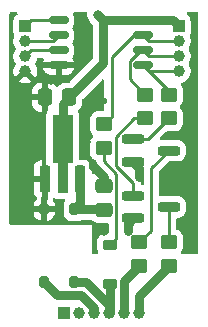
<source format=gbr>
%TF.GenerationSoftware,KiCad,Pcbnew,9.0.6*%
%TF.CreationDate,2025-11-24T18:54:56-06:00*%
%TF.ProjectId,Endor_N_scale_bassic_DCC_decoder_mk1,456e646f-725f-44e5-9f73-63616c655f62,rev?*%
%TF.SameCoordinates,Original*%
%TF.FileFunction,Copper,L1,Top*%
%TF.FilePolarity,Positive*%
%FSLAX46Y46*%
G04 Gerber Fmt 4.6, Leading zero omitted, Abs format (unit mm)*
G04 Created by KiCad (PCBNEW 9.0.6) date 2025-11-24 18:54:56*
%MOMM*%
%LPD*%
G01*
G04 APERTURE LIST*
G04 Aperture macros list*
%AMRoundRect*
0 Rectangle with rounded corners*
0 $1 Rounding radius*
0 $2 $3 $4 $5 $6 $7 $8 $9 X,Y pos of 4 corners*
0 Add a 4 corners polygon primitive as box body*
4,1,4,$2,$3,$4,$5,$6,$7,$8,$9,$2,$3,0*
0 Add four circle primitives for the rounded corners*
1,1,$1+$1,$2,$3*
1,1,$1+$1,$4,$5*
1,1,$1+$1,$6,$7*
1,1,$1+$1,$8,$9*
0 Add four rect primitives between the rounded corners*
20,1,$1+$1,$2,$3,$4,$5,0*
20,1,$1+$1,$4,$5,$6,$7,0*
20,1,$1+$1,$6,$7,$8,$9,0*
20,1,$1+$1,$8,$9,$2,$3,0*%
%AMFreePoly0*
4,1,9,5.362500,-0.866500,1.237500,-0.866500,1.237500,-0.450000,-1.237500,-0.450000,-1.237500,0.450000,1.237500,0.450000,1.237500,0.866500,5.362500,0.866500,5.362500,-0.866500,5.362500,-0.866500,$1*%
G04 Aperture macros list end*
%TA.AperFunction,SMDPad,CuDef*%
%ADD10RoundRect,0.200000X-0.750000X-0.200000X0.750000X-0.200000X0.750000X0.200000X-0.750000X0.200000X0*%
%TD*%
%TA.AperFunction,SMDPad,CuDef*%
%ADD11RoundRect,0.225000X0.225000X-0.925000X0.225000X0.925000X-0.225000X0.925000X-0.225000X-0.925000X0*%
%TD*%
%TA.AperFunction,SMDPad,CuDef*%
%ADD12FreePoly0,90.000000*%
%TD*%
%TA.AperFunction,SMDPad,CuDef*%
%ADD13RoundRect,0.162500X-0.650000X-0.162500X0.650000X-0.162500X0.650000X0.162500X-0.650000X0.162500X0*%
%TD*%
%TA.AperFunction,SMDPad,CuDef*%
%ADD14RoundRect,0.250000X0.450000X-0.350000X0.450000X0.350000X-0.450000X0.350000X-0.450000X-0.350000X0*%
%TD*%
%TA.AperFunction,ComponentPad*%
%ADD15R,1.000000X1.000000*%
%TD*%
%TA.AperFunction,ComponentPad*%
%ADD16C,1.000000*%
%TD*%
%TA.AperFunction,SMDPad,CuDef*%
%ADD17RoundRect,0.225000X0.375000X-0.225000X0.375000X0.225000X-0.375000X0.225000X-0.375000X-0.225000X0*%
%TD*%
%TA.AperFunction,SMDPad,CuDef*%
%ADD18RoundRect,0.200000X0.200000X-0.300000X0.200000X0.300000X-0.200000X0.300000X-0.200000X-0.300000X0*%
%TD*%
%TA.AperFunction,SMDPad,CuDef*%
%ADD19RoundRect,0.250000X0.337500X0.475000X-0.337500X0.475000X-0.337500X-0.475000X0.337500X-0.475000X0*%
%TD*%
%TA.AperFunction,SMDPad,CuDef*%
%ADD20RoundRect,0.250000X0.475000X-0.337500X0.475000X0.337500X-0.475000X0.337500X-0.475000X-0.337500X0*%
%TD*%
%TA.AperFunction,ViaPad*%
%ADD21C,0.800000*%
%TD*%
%TA.AperFunction,ViaPad*%
%ADD22C,0.600000*%
%TD*%
%TA.AperFunction,Conductor*%
%ADD23C,0.250000*%
%TD*%
%TA.AperFunction,Conductor*%
%ADD24C,0.762000*%
%TD*%
G04 APERTURE END LIST*
D10*
%TO.P,Q2,1,B*%
%TO.N,Net-(Q2-B)*%
X100500000Y-94050000D03*
%TO.P,Q2,2,E*%
%TO.N,GND*%
X100500000Y-95950000D03*
%TO.P,Q2,3,C*%
%TO.N,Net-(Q2-C)*%
X103500000Y-95000000D03*
%TD*%
%TO.P,Q1,1,B*%
%TO.N,Net-(Q1-B)*%
X100500000Y-89275000D03*
%TO.P,Q1,2,E*%
%TO.N,GND*%
X100500000Y-91175000D03*
%TO.P,Q1,3,C*%
%TO.N,Net-(Q1-C)*%
X103500000Y-90225000D03*
%TD*%
D11*
%TO.P,U2,3,VI*%
%TO.N,Net-(D1-+)*%
X96000000Y-92650000D03*
D12*
%TO.P,U2,2,VO*%
%TO.N,+5V*%
X94500000Y-92562500D03*
D11*
%TO.P,U2,1,GND*%
%TO.N,GND*%
X93000000Y-92650000D03*
%TD*%
D13*
%TO.P,U1,1,~{RESET}/PB5*%
%TO.N,Net-(J1-Pin_1)*%
X94162500Y-79190000D03*
%TO.P,U1,2,XTAL1/PB3*%
%TO.N,Net-(J1-Pin_2)*%
X94162500Y-80460000D03*
%TO.P,U1,3,XTAL2/PB4*%
%TO.N,Net-(J1-Pin_3)*%
X94162500Y-81730000D03*
%TO.P,U1,4,GND*%
%TO.N,GND*%
X94162500Y-83000000D03*
%TO.P,U1,5,AREF/PB0*%
%TO.N,PB0*%
X101337500Y-83000000D03*
%TO.P,U1,6,PB1*%
%TO.N,PB1*%
X101337500Y-81730000D03*
%TO.P,U1,7,PB2*%
%TO.N,INT0*%
X101337500Y-80460000D03*
%TO.P,U1,8,VCC*%
%TO.N,+5V*%
X101337500Y-79190000D03*
%TD*%
D14*
%TO.P,R5,2*%
%TO.N,Net-(Q2-C)*%
X103500000Y-98000000D03*
%TO.P,R5,1*%
%TO.N,DCC Pin6*%
X103500000Y-100000000D03*
%TD*%
%TO.P,R4,2*%
%TO.N,Net-(Q1-C)*%
X101000000Y-98000000D03*
%TO.P,R4,1*%
%TO.N,DCC Pin5*%
X101000000Y-100000000D03*
%TD*%
%TO.P,R3,1*%
%TO.N,Net-(Q2-B)*%
X101500000Y-87500000D03*
%TO.P,R3,2*%
%TO.N,PB1*%
X101500000Y-85500000D03*
%TD*%
%TO.P,R2,2*%
%TO.N,PB0*%
X103500000Y-85500000D03*
%TO.P,R2,1*%
%TO.N,Net-(Q1-B)*%
X103500000Y-87500000D03*
%TD*%
%TO.P,R1,1*%
%TO.N,Net-(D2-A)*%
X98000000Y-90000000D03*
%TO.P,R1,2*%
%TO.N,INT0*%
X98000000Y-88000000D03*
%TD*%
D15*
%TO.P,J3,1,Pin_1*%
%TO.N,unconnected-(J3-Pin_1-Pad1)*%
X94650000Y-104000000D03*
D16*
%TO.P,J3,2,Pin_2*%
%TO.N,unconnected-(J3-Pin_2-Pad2)*%
X95920000Y-104000000D03*
%TO.P,J3,3,Pin_3*%
%TO.N,Right Rail*%
X97190000Y-104000000D03*
%TO.P,J3,4,Pin_4*%
%TO.N,Left Rail*%
X98460000Y-104000000D03*
%TO.P,J3,5,Pin_5*%
%TO.N,DCC Pin5*%
X99730000Y-104000000D03*
%TO.P,J3,6,Pin_6*%
%TO.N,DCC Pin6*%
X101000000Y-104000000D03*
%TD*%
%TO.P,J2,4,Pin_4*%
%TO.N,PB0*%
X104337500Y-83500000D03*
%TO.P,J2,3,Pin_3*%
%TO.N,PB1*%
X104337500Y-82230000D03*
%TO.P,J2,2,Pin_2*%
%TO.N,INT0*%
X104337500Y-80960000D03*
D15*
%TO.P,J2,1,Pin_1*%
%TO.N,+5V*%
X104337500Y-79690000D03*
%TD*%
%TO.P,J1,1,Pin_1*%
%TO.N,Net-(J1-Pin_1)*%
X91337500Y-79690000D03*
D16*
%TO.P,J1,2,Pin_2*%
%TO.N,Net-(J1-Pin_2)*%
X91337500Y-80960000D03*
%TO.P,J1,3,Pin_3*%
%TO.N,Net-(J1-Pin_3)*%
X91337500Y-82230000D03*
%TO.P,J1,4,Pin_4*%
%TO.N,GND*%
X91337500Y-83500000D03*
%TD*%
D17*
%TO.P,D2,1,K*%
%TO.N,Left Rail*%
X98500000Y-101500000D03*
%TO.P,D2,2,A*%
%TO.N,Net-(D2-A)*%
X98500000Y-98200000D03*
%TD*%
D18*
%TO.P,D1,4,-*%
%TO.N,GND*%
X92960000Y-95200000D03*
%TO.P,D1,3,+*%
%TO.N,Net-(D1-+)*%
X95500000Y-95200000D03*
%TO.P,D1,2*%
%TO.N,Left Rail*%
X95500000Y-101350000D03*
%TO.P,D1,1*%
%TO.N,Right Rail*%
X92960000Y-101350000D03*
%TD*%
D19*
%TO.P,C2,2*%
%TO.N,GND*%
X93000000Y-85700000D03*
%TO.P,C2,1*%
%TO.N,+5V*%
X95075000Y-85700000D03*
%TD*%
D20*
%TO.P,C1,1*%
%TO.N,Net-(D1-+)*%
X98000000Y-95275000D03*
%TO.P,C1,2*%
%TO.N,GND*%
X98000000Y-93200000D03*
%TD*%
D21*
%TO.N,GND*%
X98000000Y-97000000D03*
X94000000Y-96000000D03*
D22*
X105500000Y-79000000D03*
D21*
X93500000Y-84250000D03*
X92500000Y-90500000D03*
X92500000Y-88000000D03*
X91000000Y-87000000D03*
D22*
X98000000Y-86000000D03*
X103500000Y-89000000D03*
X100000000Y-97000000D03*
X97000000Y-91500000D03*
D21*
X96500000Y-89500000D03*
X105500000Y-85000000D03*
X105500000Y-88000000D03*
X105500000Y-95000000D03*
X105500000Y-98000000D03*
X104000000Y-92500000D03*
D22*
X101000000Y-92500000D03*
D21*
X91000000Y-89500000D03*
X91500000Y-92500000D03*
X91250000Y-95500000D03*
%TO.N,+5V*%
X97500000Y-78750000D03*
%TD*%
D23*
%TO.N,Net-(J1-Pin_1)*%
X94162500Y-79190000D02*
X91837500Y-79190000D01*
D24*
%TO.N,GND*%
X100000000Y-97000000D02*
X100000000Y-96450000D01*
X100000000Y-96450000D02*
X100500000Y-95950000D01*
X101000000Y-92500000D02*
X101000000Y-91675000D01*
X101000000Y-91675000D02*
X100500000Y-91175000D01*
X98000000Y-93200000D02*
X98000000Y-92468000D01*
X98000000Y-92468000D02*
X97032000Y-91500000D01*
%TO.N,DCC Pin6*%
X101000000Y-104000000D02*
X101000000Y-102500000D01*
X101000000Y-102500000D02*
X103500000Y-100000000D01*
%TO.N,DCC Pin5*%
X99730000Y-104000000D02*
X99730000Y-101270000D01*
X99730000Y-101270000D02*
X101000000Y-100000000D01*
D23*
%TO.N,Net-(D2-A)*%
X98500000Y-98200000D02*
X99051000Y-97649000D01*
X98000000Y-91137810D02*
X98000000Y-90000000D01*
X99051000Y-97649000D02*
X99051000Y-92188810D01*
X99051000Y-92188810D02*
X98000000Y-91137810D01*
%TO.N,Net-(Q2-B)*%
X101500000Y-87500000D02*
X100575582Y-87500000D01*
X100575582Y-87500000D02*
X99026000Y-89049582D01*
X99026000Y-89049582D02*
X99026000Y-91526000D01*
X99026000Y-91526000D02*
X100500000Y-93000000D01*
X100500000Y-93000000D02*
X100500000Y-94050000D01*
%TO.N,Net-(Q1-B)*%
X103500000Y-87500000D02*
X101725000Y-89275000D01*
X101725000Y-89275000D02*
X100500000Y-89275000D01*
%TO.N,INT0*%
X101337500Y-80460000D02*
X100525001Y-80460000D01*
X100525001Y-80460000D02*
X98647000Y-82338001D01*
X98647000Y-82338001D02*
X98647000Y-87353000D01*
X98647000Y-87353000D02*
X98000000Y-88000000D01*
%TO.N,PB1*%
X101500000Y-85500000D02*
X100199000Y-84199000D01*
X100199000Y-84199000D02*
X100199000Y-82630654D01*
X100199000Y-82630654D02*
X101099654Y-81730000D01*
X101099654Y-81730000D02*
X101337500Y-81730000D01*
%TO.N,PB0*%
X103500000Y-85500000D02*
X103500000Y-85162500D01*
X103500000Y-85162500D02*
X101337500Y-83000000D01*
D24*
%TO.N,+5V*%
X95075000Y-85700000D02*
X97940000Y-82835000D01*
X97940000Y-82835000D02*
X97940000Y-79190000D01*
X97500000Y-78750000D02*
X97940000Y-79190000D01*
X97940000Y-79190000D02*
X101337500Y-79190000D01*
D23*
%TO.N,INT0*%
X104337500Y-80960000D02*
X101837500Y-80960000D01*
X101837500Y-80960000D02*
X101337500Y-80460000D01*
%TO.N,PB1*%
X104337500Y-82230000D02*
X101837500Y-82230000D01*
X101837500Y-82230000D02*
X101337500Y-81730000D01*
%TO.N,PB0*%
X104337500Y-83500000D02*
X101837500Y-83500000D01*
X101837500Y-83500000D02*
X101337500Y-83000000D01*
%TO.N,Net-(J1-Pin_1)*%
X91837500Y-79190000D02*
X91337500Y-79690000D01*
%TO.N,Net-(J1-Pin_2)*%
X94162500Y-80460000D02*
X93662500Y-80960000D01*
X93662500Y-80960000D02*
X91337500Y-80960000D01*
%TO.N,Net-(J1-Pin_3)*%
X94162500Y-81730000D02*
X91837499Y-81730001D01*
X91837499Y-81730001D02*
X91337500Y-82230000D01*
D24*
%TO.N,+5V*%
X101337500Y-79190000D02*
X103837500Y-79190000D01*
X103837500Y-79190000D02*
X104337500Y-79690000D01*
D23*
%TO.N,Net-(Q2-C)*%
X103500000Y-98000000D02*
X103500000Y-95000000D01*
%TO.N,Net-(Q1-C)*%
X101000000Y-98000000D02*
X102000000Y-97000000D01*
X102000000Y-97000000D02*
X102000000Y-91725000D01*
X102000000Y-91725000D02*
X103500000Y-90225000D01*
D24*
%TO.N,Left Rail*%
X98500000Y-101500000D02*
X98500000Y-103960000D01*
X98500000Y-103960000D02*
X98460000Y-104000000D01*
X98460000Y-104000000D02*
X98460000Y-103292894D01*
X98460000Y-103292894D02*
X96517106Y-101350000D01*
X96517106Y-101350000D02*
X95500000Y-101350000D01*
%TO.N,Right Rail*%
X97190000Y-104000000D02*
X97190000Y-103592542D01*
X97190000Y-103592542D02*
X96029458Y-102432000D01*
X96029458Y-102432000D02*
X94042000Y-102432000D01*
X94042000Y-102432000D02*
X92960000Y-101350000D01*
%TO.N,+5V*%
X94500000Y-92562500D02*
X94500000Y-86275000D01*
X94500000Y-86275000D02*
X95075000Y-85700000D01*
%TO.N,Net-(D1-+)*%
X95500000Y-95200000D02*
X97925000Y-95200000D01*
X97925000Y-95200000D02*
X98000000Y-95275000D01*
X95500000Y-95200000D02*
X96000000Y-94700000D01*
X96000000Y-94700000D02*
X96000000Y-92650000D01*
%TD*%
%TA.AperFunction,Conductor*%
%TO.N,GND*%
G36*
X90633679Y-78520185D02*
G01*
X90679434Y-78572989D01*
X90689378Y-78642147D01*
X90660353Y-78705703D01*
X90609973Y-78740682D01*
X90595171Y-78746202D01*
X90595164Y-78746206D01*
X90479955Y-78832452D01*
X90479952Y-78832455D01*
X90393706Y-78947664D01*
X90393702Y-78947671D01*
X90343408Y-79082517D01*
X90337001Y-79142116D01*
X90337001Y-79142123D01*
X90337000Y-79142135D01*
X90337000Y-80237870D01*
X90337001Y-80237876D01*
X90343408Y-80297483D01*
X90393702Y-80432328D01*
X90393706Y-80432335D01*
X90402523Y-80444113D01*
X90426940Y-80509578D01*
X90417818Y-80565874D01*
X90392000Y-80628206D01*
X90375450Y-80668164D01*
X90375448Y-80668168D01*
X90375447Y-80668171D01*
X90337000Y-80861456D01*
X90337000Y-80861459D01*
X90337000Y-81058541D01*
X90337000Y-81058543D01*
X90336999Y-81058543D01*
X90375447Y-81251829D01*
X90375450Y-81251839D01*
X90450865Y-81433907D01*
X90450868Y-81433914D01*
X90459690Y-81447117D01*
X90512471Y-81526110D01*
X90533348Y-81592787D01*
X90514863Y-81660167D01*
X90512471Y-81663890D01*
X90450866Y-81756089D01*
X90375450Y-81938160D01*
X90375447Y-81938170D01*
X90337000Y-82131456D01*
X90337000Y-82131459D01*
X90337000Y-82328541D01*
X90337000Y-82328543D01*
X90336999Y-82328543D01*
X90375447Y-82521829D01*
X90375450Y-82521839D01*
X90415700Y-82619011D01*
X90450868Y-82703914D01*
X90481661Y-82749999D01*
X90512771Y-82796559D01*
X90533648Y-82863236D01*
X90515163Y-82930616D01*
X90512771Y-82934339D01*
X90451309Y-83026325D01*
X90375930Y-83208306D01*
X90375927Y-83208318D01*
X90337500Y-83401504D01*
X90337500Y-83598495D01*
X90375927Y-83791681D01*
X90375930Y-83791693D01*
X90451308Y-83973673D01*
X90451309Y-83973675D01*
X90474926Y-84009019D01*
X91012500Y-83471445D01*
X91012500Y-83542787D01*
X91034649Y-83625445D01*
X91077436Y-83699554D01*
X91137946Y-83760064D01*
X91212055Y-83802851D01*
X91294713Y-83825000D01*
X91380287Y-83825000D01*
X91462945Y-83802851D01*
X91537054Y-83760064D01*
X91597564Y-83699554D01*
X91640351Y-83625445D01*
X91662500Y-83542787D01*
X91662500Y-83471447D01*
X92200072Y-84009020D01*
X92200073Y-84009019D01*
X92223687Y-83973680D01*
X92223690Y-83973676D01*
X92299069Y-83791693D01*
X92299072Y-83791681D01*
X92337499Y-83598495D01*
X92337500Y-83598492D01*
X92337500Y-83401508D01*
X92337499Y-83401504D01*
X92307364Y-83250000D01*
X92853085Y-83250000D01*
X92856064Y-83282792D01*
X92856067Y-83282802D01*
X92903927Y-83436392D01*
X92987163Y-83574080D01*
X93100919Y-83687836D01*
X93238603Y-83771070D01*
X93392207Y-83818934D01*
X93458957Y-83825000D01*
X93912500Y-83825000D01*
X94412500Y-83825000D01*
X94866043Y-83825000D01*
X94932792Y-83818934D01*
X95086396Y-83771070D01*
X95224080Y-83687836D01*
X95337836Y-83574080D01*
X95421072Y-83436392D01*
X95468932Y-83282802D01*
X95468935Y-83282792D01*
X95471914Y-83250000D01*
X94412500Y-83250000D01*
X94412500Y-83825000D01*
X93912500Y-83825000D01*
X93912500Y-83250000D01*
X92853085Y-83250000D01*
X92307364Y-83250000D01*
X92303575Y-83230951D01*
X92299072Y-83208316D01*
X92299069Y-83208306D01*
X92223692Y-83026328D01*
X92223688Y-83026321D01*
X92162228Y-82934341D01*
X92141350Y-82867663D01*
X92159834Y-82800283D01*
X92162204Y-82796595D01*
X92224132Y-82703914D01*
X92299551Y-82521835D01*
X92312784Y-82455309D01*
X92345168Y-82393398D01*
X92405884Y-82358824D01*
X92434401Y-82355500D01*
X92809875Y-82355500D01*
X92876914Y-82375185D01*
X92922669Y-82427989D01*
X92932613Y-82497147D01*
X92915992Y-82543650D01*
X92903927Y-82563606D01*
X92856067Y-82717197D01*
X92856064Y-82717207D01*
X92853085Y-82749999D01*
X92853085Y-82750000D01*
X95471915Y-82750000D01*
X95471914Y-82749999D01*
X95468935Y-82717207D01*
X95468932Y-82717197D01*
X95421072Y-82563606D01*
X95421071Y-82563604D01*
X95340082Y-82429634D01*
X95322245Y-82362079D01*
X95340080Y-82301336D01*
X95421531Y-82166602D01*
X95469430Y-82012887D01*
X95475500Y-81946091D01*
X95475499Y-81513910D01*
X95475499Y-81513901D01*
X95469431Y-81447117D01*
X95469428Y-81447106D01*
X95421532Y-81293401D01*
X95421531Y-81293400D01*
X95421531Y-81293398D01*
X95340373Y-81159147D01*
X95322538Y-81091596D01*
X95340373Y-81030852D01*
X95421531Y-80896602D01*
X95469430Y-80742887D01*
X95475500Y-80676091D01*
X95475499Y-80243910D01*
X95475499Y-80243909D01*
X95475499Y-80243901D01*
X95469431Y-80177117D01*
X95469428Y-80177106D01*
X95421532Y-80023401D01*
X95421531Y-80023400D01*
X95421531Y-80023398D01*
X95340373Y-79889147D01*
X95322538Y-79821596D01*
X95340373Y-79760852D01*
X95421531Y-79626602D01*
X95469430Y-79472887D01*
X95475500Y-79406091D01*
X95475499Y-78973910D01*
X95475499Y-78973901D01*
X95469431Y-78907117D01*
X95469428Y-78907106D01*
X95421532Y-78753401D01*
X95421531Y-78753400D01*
X95421531Y-78753398D01*
X95382388Y-78688649D01*
X95364553Y-78621095D01*
X95386071Y-78554622D01*
X95440111Y-78510334D01*
X95488506Y-78500500D01*
X96480392Y-78500500D01*
X96547431Y-78520185D01*
X96593186Y-78572989D01*
X96603130Y-78642147D01*
X96602010Y-78648690D01*
X96599500Y-78661309D01*
X96599500Y-78838695D01*
X96634103Y-79012658D01*
X96634106Y-79012667D01*
X96701983Y-79176540D01*
X96701990Y-79176553D01*
X96800535Y-79324034D01*
X96800538Y-79324038D01*
X96925961Y-79449461D01*
X96925969Y-79449467D01*
X96996785Y-79496785D01*
X97015576Y-79512206D01*
X97022181Y-79518811D01*
X97055666Y-79580134D01*
X97058500Y-79606492D01*
X97058500Y-82418507D01*
X97038815Y-82485546D01*
X97022181Y-82506188D01*
X95090187Y-84438181D01*
X95028864Y-84471666D01*
X95002506Y-84474500D01*
X94687499Y-84474500D01*
X94687480Y-84474501D01*
X94584703Y-84485000D01*
X94584700Y-84485001D01*
X94418168Y-84540185D01*
X94418163Y-84540187D01*
X94268842Y-84632289D01*
X94144788Y-84756343D01*
X94144783Y-84756349D01*
X94142741Y-84759661D01*
X94140747Y-84761453D01*
X94140307Y-84762011D01*
X94140211Y-84761935D01*
X94090791Y-84806383D01*
X94021828Y-84817602D01*
X93957747Y-84789755D01*
X93931668Y-84759656D01*
X93929819Y-84756659D01*
X93929816Y-84756655D01*
X93805845Y-84632684D01*
X93656624Y-84540643D01*
X93656619Y-84540641D01*
X93490197Y-84485494D01*
X93490190Y-84485493D01*
X93387486Y-84475000D01*
X93250000Y-84475000D01*
X93250000Y-86832269D01*
X93230315Y-86899308D01*
X93219714Y-86913470D01*
X93208248Y-86926701D01*
X93208245Y-86926707D01*
X93148476Y-87057580D01*
X93148475Y-87057585D01*
X93128000Y-87199999D01*
X93128000Y-91325002D01*
X93133144Y-91396940D01*
X93161838Y-91494660D01*
X93173681Y-91534992D01*
X93230315Y-91623116D01*
X93250000Y-91690154D01*
X93250000Y-94338638D01*
X93230315Y-94405677D01*
X93213681Y-94426319D01*
X93210000Y-94430000D01*
X93210000Y-94950000D01*
X93859999Y-94950000D01*
X93859999Y-94843417D01*
X93853591Y-94772897D01*
X93853590Y-94772892D01*
X93803018Y-94610603D01*
X93715072Y-94465122D01*
X93707760Y-94457810D01*
X93674275Y-94396487D01*
X93679259Y-94326795D01*
X93721131Y-94270862D01*
X93786595Y-94246445D01*
X93846953Y-94257335D01*
X93907580Y-94285023D01*
X93907583Y-94285023D01*
X93907584Y-94285024D01*
X94050000Y-94305500D01*
X94620980Y-94305500D01*
X94688019Y-94325185D01*
X94733774Y-94377989D01*
X94743718Y-94447147D01*
X94727097Y-94493648D01*
X94696993Y-94543446D01*
X94656522Y-94610393D01*
X94605913Y-94772807D01*
X94599500Y-94843386D01*
X94599500Y-95556613D01*
X94605913Y-95627192D01*
X94605913Y-95627194D01*
X94605914Y-95627196D01*
X94656522Y-95789606D01*
X94730334Y-95911706D01*
X94744530Y-95935188D01*
X94864811Y-96055469D01*
X94864813Y-96055470D01*
X94864815Y-96055472D01*
X95010394Y-96143478D01*
X95172804Y-96194086D01*
X95243384Y-96200500D01*
X95243387Y-96200500D01*
X95756613Y-96200500D01*
X95756616Y-96200500D01*
X95827196Y-96194086D01*
X95989606Y-96143478D01*
X96062548Y-96099383D01*
X96126698Y-96081500D01*
X96881270Y-96081500D01*
X96948309Y-96101185D01*
X96968951Y-96117819D01*
X97056344Y-96205212D01*
X97205666Y-96297314D01*
X97372203Y-96352499D01*
X97474991Y-96363000D01*
X98301500Y-96362999D01*
X98368539Y-96382683D01*
X98414294Y-96435487D01*
X98425500Y-96486999D01*
X98425500Y-97125500D01*
X98405815Y-97192539D01*
X98353011Y-97238294D01*
X98301501Y-97249500D01*
X98076663Y-97249500D01*
X98076644Y-97249501D01*
X97977292Y-97259650D01*
X97977289Y-97259651D01*
X97816305Y-97312996D01*
X97816294Y-97313001D01*
X97671959Y-97402029D01*
X97671955Y-97402032D01*
X97552032Y-97521955D01*
X97552029Y-97521959D01*
X97463001Y-97666294D01*
X97462996Y-97666305D01*
X97409651Y-97827290D01*
X97399500Y-97926647D01*
X97399500Y-98473337D01*
X97399501Y-98473355D01*
X97409650Y-98572707D01*
X97409651Y-98572710D01*
X97462996Y-98733694D01*
X97463001Y-98733705D01*
X97510618Y-98810903D01*
X97529059Y-98878295D01*
X97508137Y-98944959D01*
X97454495Y-98989728D01*
X97405080Y-99000000D01*
X97124000Y-99000000D01*
X97056961Y-98980315D01*
X97011206Y-98927511D01*
X97000000Y-98876000D01*
X97000000Y-96500000D01*
X90124500Y-96500000D01*
X90057461Y-96480315D01*
X90011706Y-96427511D01*
X90000500Y-96376000D01*
X90000500Y-95556582D01*
X92060001Y-95556582D01*
X92066408Y-95627102D01*
X92066409Y-95627107D01*
X92116981Y-95789396D01*
X92204927Y-95934877D01*
X92325122Y-96055072D01*
X92470604Y-96143019D01*
X92470603Y-96143019D01*
X92632894Y-96193590D01*
X92632893Y-96193590D01*
X92703408Y-96199998D01*
X92703426Y-96199999D01*
X93210000Y-96199999D01*
X93216581Y-96199999D01*
X93287102Y-96193591D01*
X93287107Y-96193590D01*
X93449396Y-96143018D01*
X93594877Y-96055072D01*
X93715072Y-95934877D01*
X93803019Y-95789395D01*
X93853590Y-95627106D01*
X93860000Y-95556572D01*
X93860000Y-95450000D01*
X93210000Y-95450000D01*
X93210000Y-96199999D01*
X92703426Y-96199999D01*
X92709999Y-96199998D01*
X92710000Y-96199998D01*
X92710000Y-95450000D01*
X92060001Y-95450000D01*
X92060001Y-95556582D01*
X90000500Y-95556582D01*
X90000500Y-93623322D01*
X92050001Y-93623322D01*
X92060144Y-93722607D01*
X92113452Y-93883481D01*
X92113457Y-93883492D01*
X92202424Y-94027728D01*
X92202427Y-94027732D01*
X92322265Y-94147570D01*
X92325482Y-94150114D01*
X92327114Y-94152419D01*
X92327375Y-94152680D01*
X92327330Y-94152724D01*
X92365858Y-94207137D01*
X92368995Y-94276936D01*
X92333898Y-94337351D01*
X92325171Y-94344878D01*
X92204927Y-94465122D01*
X92116980Y-94610604D01*
X92066409Y-94772893D01*
X92060000Y-94843427D01*
X92060000Y-94950000D01*
X92710000Y-94950000D01*
X92710000Y-94161362D01*
X92729685Y-94094323D01*
X92746319Y-94073681D01*
X92750000Y-94070000D01*
X92750000Y-92900000D01*
X92050001Y-92900000D01*
X92050001Y-93623322D01*
X90000500Y-93623322D01*
X90000500Y-91676677D01*
X92050000Y-91676677D01*
X92050000Y-92400000D01*
X92750000Y-92400000D01*
X92750000Y-90999999D01*
X92726693Y-91000000D01*
X92726674Y-91000001D01*
X92627392Y-91010144D01*
X92466518Y-91063452D01*
X92466507Y-91063457D01*
X92322271Y-91152424D01*
X92322267Y-91152427D01*
X92202427Y-91272267D01*
X92202424Y-91272271D01*
X92113457Y-91416507D01*
X92113452Y-91416518D01*
X92060144Y-91577393D01*
X92050000Y-91676677D01*
X90000500Y-91676677D01*
X90000500Y-86224986D01*
X91912501Y-86224986D01*
X91922994Y-86327697D01*
X91978141Y-86494119D01*
X91978143Y-86494124D01*
X92070184Y-86643345D01*
X92194154Y-86767315D01*
X92343375Y-86859356D01*
X92343380Y-86859358D01*
X92509802Y-86914505D01*
X92509809Y-86914506D01*
X92612519Y-86924999D01*
X92749999Y-86924999D01*
X92750000Y-86924998D01*
X92750000Y-85950000D01*
X91912501Y-85950000D01*
X91912501Y-86224986D01*
X90000500Y-86224986D01*
X90000500Y-85175013D01*
X91912500Y-85175013D01*
X91912500Y-85450000D01*
X92750000Y-85450000D01*
X92750000Y-84475000D01*
X92612527Y-84475000D01*
X92612512Y-84475001D01*
X92509802Y-84485494D01*
X92343380Y-84540641D01*
X92343375Y-84540643D01*
X92194154Y-84632684D01*
X92070184Y-84756654D01*
X91978143Y-84905875D01*
X91978141Y-84905880D01*
X91922994Y-85072302D01*
X91922993Y-85072309D01*
X91912500Y-85175013D01*
X90000500Y-85175013D01*
X90000500Y-84362572D01*
X90828479Y-84362572D01*
X90863828Y-84386192D01*
X91045806Y-84461569D01*
X91045818Y-84461572D01*
X91239004Y-84499999D01*
X91239008Y-84500000D01*
X91435992Y-84500000D01*
X91435995Y-84499999D01*
X91629181Y-84461572D01*
X91629193Y-84461569D01*
X91811176Y-84386190D01*
X91811180Y-84386187D01*
X91846519Y-84362573D01*
X91846520Y-84362572D01*
X91337501Y-83853553D01*
X91337500Y-83853553D01*
X90828479Y-84362572D01*
X90000500Y-84362572D01*
X90000500Y-78624500D01*
X90020185Y-78557461D01*
X90072989Y-78511706D01*
X90124500Y-78500500D01*
X90566640Y-78500500D01*
X90633679Y-78520185D01*
G37*
%TD.AperFunction*%
%TA.AperFunction,Conductor*%
G36*
X105942539Y-78520185D02*
G01*
X105988294Y-78572989D01*
X105999500Y-78624500D01*
X105999500Y-98876000D01*
X105979815Y-98943039D01*
X105927011Y-98988794D01*
X105875500Y-99000000D01*
X104653033Y-99000000D01*
X104585994Y-98980315D01*
X104540239Y-98927511D01*
X104530295Y-98858353D01*
X104547494Y-98810904D01*
X104634810Y-98669340D01*
X104634814Y-98669334D01*
X104689999Y-98502797D01*
X104700500Y-98400009D01*
X104700499Y-97599992D01*
X104699211Y-97587387D01*
X104689999Y-97497203D01*
X104689998Y-97497200D01*
X104658461Y-97402029D01*
X104634814Y-97330666D01*
X104542712Y-97181344D01*
X104418656Y-97057288D01*
X104269334Y-96965186D01*
X104210493Y-96945688D01*
X104153051Y-96905916D01*
X104126228Y-96841400D01*
X104125500Y-96827983D01*
X104125500Y-96024500D01*
X104145185Y-95957461D01*
X104197989Y-95911706D01*
X104249500Y-95900500D01*
X104306613Y-95900500D01*
X104306616Y-95900500D01*
X104377196Y-95894086D01*
X104539606Y-95843478D01*
X104685185Y-95755472D01*
X104805472Y-95635185D01*
X104893478Y-95489606D01*
X104944086Y-95327196D01*
X104950500Y-95256616D01*
X104950500Y-94743384D01*
X104944086Y-94672804D01*
X104893478Y-94510394D01*
X104805472Y-94364815D01*
X104805470Y-94364813D01*
X104805469Y-94364811D01*
X104685188Y-94244530D01*
X104590022Y-94187000D01*
X104539606Y-94156522D01*
X104377196Y-94105914D01*
X104377194Y-94105913D01*
X104377192Y-94105913D01*
X104327778Y-94101423D01*
X104306616Y-94099500D01*
X102749500Y-94099500D01*
X102682461Y-94079815D01*
X102636706Y-94027011D01*
X102625500Y-93975500D01*
X102625500Y-92035452D01*
X102645185Y-91968413D01*
X102661819Y-91947771D01*
X103447772Y-91161819D01*
X103509095Y-91128334D01*
X103535453Y-91125500D01*
X104306613Y-91125500D01*
X104306616Y-91125500D01*
X104377196Y-91119086D01*
X104539606Y-91068478D01*
X104685185Y-90980472D01*
X104805472Y-90860185D01*
X104893478Y-90714606D01*
X104944086Y-90552196D01*
X104950500Y-90481616D01*
X104950500Y-89968384D01*
X104944086Y-89897804D01*
X104893478Y-89735394D01*
X104805472Y-89589815D01*
X104805470Y-89589813D01*
X104805469Y-89589811D01*
X104685188Y-89469530D01*
X104539606Y-89381522D01*
X104477614Y-89362205D01*
X104377196Y-89330914D01*
X104377194Y-89330913D01*
X104377192Y-89330913D01*
X104327778Y-89326423D01*
X104306616Y-89324500D01*
X102859451Y-89324500D01*
X102792412Y-89304815D01*
X102746657Y-89252011D01*
X102736713Y-89182853D01*
X102765738Y-89119297D01*
X102771770Y-89112819D01*
X103247771Y-88636818D01*
X103309094Y-88603333D01*
X103335452Y-88600499D01*
X104000002Y-88600499D01*
X104000008Y-88600499D01*
X104102797Y-88589999D01*
X104269334Y-88534814D01*
X104418656Y-88442712D01*
X104542712Y-88318656D01*
X104634814Y-88169334D01*
X104689999Y-88002797D01*
X104700500Y-87900009D01*
X104700499Y-87099992D01*
X104689999Y-86997203D01*
X104634814Y-86830666D01*
X104542712Y-86681344D01*
X104449049Y-86587681D01*
X104415564Y-86526358D01*
X104420548Y-86456666D01*
X104449049Y-86412319D01*
X104542712Y-86318656D01*
X104634814Y-86169334D01*
X104689999Y-86002797D01*
X104700500Y-85900009D01*
X104700499Y-85099992D01*
X104697670Y-85072302D01*
X104689999Y-84997203D01*
X104689998Y-84997200D01*
X104659737Y-84905880D01*
X104634814Y-84830666D01*
X104542712Y-84681344D01*
X104538213Y-84676845D01*
X104504728Y-84615522D01*
X104509712Y-84545830D01*
X104551584Y-84489897D01*
X104601702Y-84467547D01*
X104629335Y-84462051D01*
X104811414Y-84386632D01*
X104975282Y-84277139D01*
X105114639Y-84137782D01*
X105224132Y-83973914D01*
X105299551Y-83791835D01*
X105320238Y-83687836D01*
X105338000Y-83598543D01*
X105338000Y-83401456D01*
X105299552Y-83208170D01*
X105299551Y-83208169D01*
X105299551Y-83208165D01*
X105294988Y-83197149D01*
X105224135Y-83026092D01*
X105224133Y-83026088D01*
X105224132Y-83026086D01*
X105162529Y-82933891D01*
X105141651Y-82867214D01*
X105160135Y-82799834D01*
X105162529Y-82796109D01*
X105193339Y-82749999D01*
X105224132Y-82703914D01*
X105299551Y-82521835D01*
X105318218Y-82427989D01*
X105338000Y-82328543D01*
X105338000Y-82131456D01*
X105299552Y-81938170D01*
X105299551Y-81938169D01*
X105299551Y-81938165D01*
X105292260Y-81920563D01*
X105224135Y-81756092D01*
X105224133Y-81756088D01*
X105224132Y-81756086D01*
X105162529Y-81663891D01*
X105141651Y-81597214D01*
X105160135Y-81529834D01*
X105162529Y-81526109D01*
X105175372Y-81506887D01*
X105224132Y-81433914D01*
X105299551Y-81251835D01*
X105338000Y-81058541D01*
X105338000Y-80861459D01*
X105338000Y-80861456D01*
X105299552Y-80668170D01*
X105299551Y-80668169D01*
X105299551Y-80668165D01*
X105257180Y-80565873D01*
X105249712Y-80496407D01*
X105272477Y-80444111D01*
X105281296Y-80432331D01*
X105331591Y-80297483D01*
X105338000Y-80237873D01*
X105337999Y-79142128D01*
X105331591Y-79082517D01*
X105305538Y-79012666D01*
X105281297Y-78947671D01*
X105281293Y-78947664D01*
X105195047Y-78832455D01*
X105195044Y-78832452D01*
X105079835Y-78746206D01*
X105079828Y-78746202D01*
X105065027Y-78740682D01*
X105009093Y-78698811D01*
X104984676Y-78633346D01*
X104999528Y-78565073D01*
X105048933Y-78515668D01*
X105108360Y-78500500D01*
X105875500Y-78500500D01*
X105942539Y-78520185D01*
G37*
%TD.AperFunction*%
%TA.AperFunction,Conductor*%
G36*
X101317539Y-92094684D02*
G01*
X101363294Y-92147488D01*
X101374500Y-92198999D01*
X101374500Y-93025500D01*
X101371949Y-93034185D01*
X101373238Y-93043147D01*
X101362259Y-93067187D01*
X101354815Y-93092539D01*
X101347974Y-93098466D01*
X101344213Y-93106703D01*
X101321978Y-93120992D01*
X101302011Y-93138294D01*
X101291496Y-93140581D01*
X101285435Y-93144477D01*
X101250500Y-93149500D01*
X101249500Y-93149500D01*
X101182461Y-93129815D01*
X101136706Y-93077011D01*
X101125500Y-93025500D01*
X101125500Y-92938393D01*
X101125499Y-92938389D01*
X101101464Y-92817555D01*
X101101463Y-92817548D01*
X101070634Y-92743121D01*
X101054312Y-92703715D01*
X101017966Y-92649320D01*
X100985858Y-92601267D01*
X100985856Y-92601264D01*
X100895637Y-92511045D01*
X100895606Y-92511016D01*
X100671270Y-92286680D01*
X100637785Y-92225357D01*
X100642769Y-92155665D01*
X100684641Y-92099732D01*
X100750105Y-92075315D01*
X100758951Y-92074999D01*
X101250500Y-92074999D01*
X101317539Y-92094684D01*
G37*
%TD.AperFunction*%
%TA.AperFunction,Conductor*%
G36*
X97940834Y-84183309D02*
G01*
X97996767Y-84225181D01*
X98021184Y-84290645D01*
X98021500Y-84299491D01*
X98021500Y-86775500D01*
X98001815Y-86842539D01*
X97949011Y-86888294D01*
X97897500Y-86899500D01*
X97499998Y-86899500D01*
X97499980Y-86899501D01*
X97397203Y-86910000D01*
X97397200Y-86910001D01*
X97230668Y-86965185D01*
X97230663Y-86965187D01*
X97081342Y-87057289D01*
X96957289Y-87181342D01*
X96865187Y-87330663D01*
X96865186Y-87330666D01*
X96810001Y-87497203D01*
X96810001Y-87497204D01*
X96810000Y-87497204D01*
X96799500Y-87599983D01*
X96799500Y-88400001D01*
X96799501Y-88400019D01*
X96810000Y-88502796D01*
X96810001Y-88502799D01*
X96865185Y-88669331D01*
X96865187Y-88669336D01*
X96957289Y-88818657D01*
X97050951Y-88912319D01*
X97084436Y-88973642D01*
X97079452Y-89043334D01*
X97050951Y-89087681D01*
X96957289Y-89181342D01*
X96865187Y-89330663D01*
X96865185Y-89330668D01*
X96854735Y-89362205D01*
X96810001Y-89497203D01*
X96810001Y-89497204D01*
X96810000Y-89497204D01*
X96799500Y-89599983D01*
X96799500Y-90400001D01*
X96799501Y-90400019D01*
X96810000Y-90502796D01*
X96810001Y-90502799D01*
X96850614Y-90625360D01*
X96865186Y-90669334D01*
X96957288Y-90818656D01*
X97081344Y-90942712D01*
X97230666Y-91034814D01*
X97230668Y-91034815D01*
X97251110Y-91041588D01*
X97289502Y-91054310D01*
X97346947Y-91094081D01*
X97372164Y-91148058D01*
X97374500Y-91159920D01*
X97374500Y-91199416D01*
X97398537Y-91320262D01*
X97408183Y-91343549D01*
X97412903Y-91354946D01*
X97412904Y-91354947D01*
X97445685Y-91434090D01*
X97445690Y-91434099D01*
X97479914Y-91485317D01*
X97479915Y-91485319D01*
X97514140Y-91536541D01*
X97514141Y-91536542D01*
X97514142Y-91536543D01*
X97601267Y-91623668D01*
X97601268Y-91623668D01*
X97608335Y-91630735D01*
X97608334Y-91630735D01*
X97608338Y-91630738D01*
X97878419Y-91900819D01*
X97911904Y-91962142D01*
X97906920Y-92031834D01*
X97865048Y-92087767D01*
X97799584Y-92112184D01*
X97790738Y-92112500D01*
X97475029Y-92112500D01*
X97475012Y-92112501D01*
X97372302Y-92122994D01*
X97205880Y-92178141D01*
X97205871Y-92178145D01*
X97139595Y-92219025D01*
X97072203Y-92237465D01*
X97005539Y-92216542D01*
X96960770Y-92162900D01*
X96950499Y-92113486D01*
X96950499Y-91676662D01*
X96950498Y-91676644D01*
X96940349Y-91577292D01*
X96940348Y-91577289D01*
X96926846Y-91536543D01*
X96887003Y-91416303D01*
X96886999Y-91416297D01*
X96886998Y-91416294D01*
X96797970Y-91271959D01*
X96797967Y-91271955D01*
X96678044Y-91152032D01*
X96678040Y-91152029D01*
X96533705Y-91063001D01*
X96533699Y-91062998D01*
X96533697Y-91062997D01*
X96448646Y-91034814D01*
X96372709Y-91009651D01*
X96273352Y-90999500D01*
X96273345Y-90999500D01*
X95996000Y-90999500D01*
X95928961Y-90979815D01*
X95883206Y-90927011D01*
X95872000Y-90875500D01*
X95872000Y-87200000D01*
X95872000Y-87199999D01*
X95866855Y-87128060D01*
X95826319Y-86990008D01*
X95807870Y-86961302D01*
X95788185Y-86894264D01*
X95807868Y-86827224D01*
X95847085Y-86788726D01*
X95881156Y-86767712D01*
X96005212Y-86643656D01*
X96097314Y-86494334D01*
X96152499Y-86327797D01*
X96163000Y-86225009D01*
X96162999Y-85909990D01*
X96182683Y-85842952D01*
X96199313Y-85822315D01*
X97809820Y-84211808D01*
X97871142Y-84178325D01*
X97940834Y-84183309D01*
G37*
%TD.AperFunction*%
%TD*%
M02*

</source>
